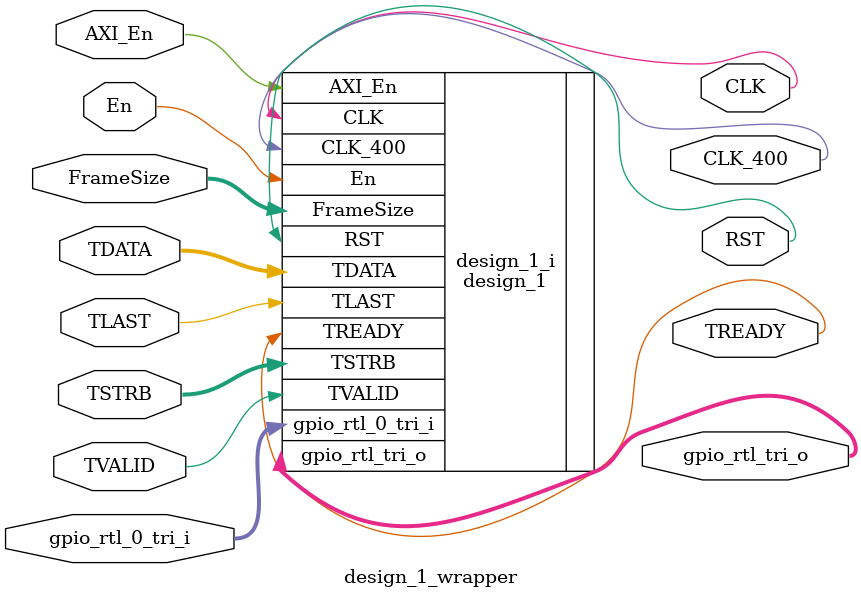
<source format=v>
`timescale 1 ps / 1 ps

module design_1_wrapper
   (AXI_En,
    CLK,
    CLK_400,
    En,
    FrameSize,
    RST,
    TDATA,
    TLAST,
    TREADY,
    TSTRB,
    TVALID,
    gpio_rtl_0_tri_i,
    gpio_rtl_tri_o);
  input AXI_En;
  output CLK;
  output CLK_400;
  input En;
  input [7:0]FrameSize;
  output [0:0]RST;
  input [31:0]TDATA;
  input TLAST;
  output TREADY;
  input [3:0]TSTRB;
  input TVALID;
  input [31:0]gpio_rtl_0_tri_i;
  output [31:0]gpio_rtl_tri_o;

  wire AXI_En;
  wire CLK;
  wire CLK_400;
  wire En;
  wire [7:0]FrameSize;
  wire [0:0]RST;
  wire [31:0]TDATA;
  wire TLAST;
  wire TREADY;
  wire [3:0]TSTRB;
  wire TVALID;
  wire [31:0]gpio_rtl_0_tri_i;
  wire [31:0]gpio_rtl_tri_o;

  design_1 design_1_i
       (.AXI_En(AXI_En),
        .CLK(CLK),
        .CLK_400(CLK_400),
        .En(En),
        .FrameSize(FrameSize),
        .RST(RST),
        .TDATA(TDATA),
        .TLAST(TLAST),
        .TREADY(TREADY),
        .TSTRB(TSTRB),
        .TVALID(TVALID),
        .gpio_rtl_0_tri_i(gpio_rtl_0_tri_i),
        .gpio_rtl_tri_o(gpio_rtl_tri_o));
endmodule

</source>
